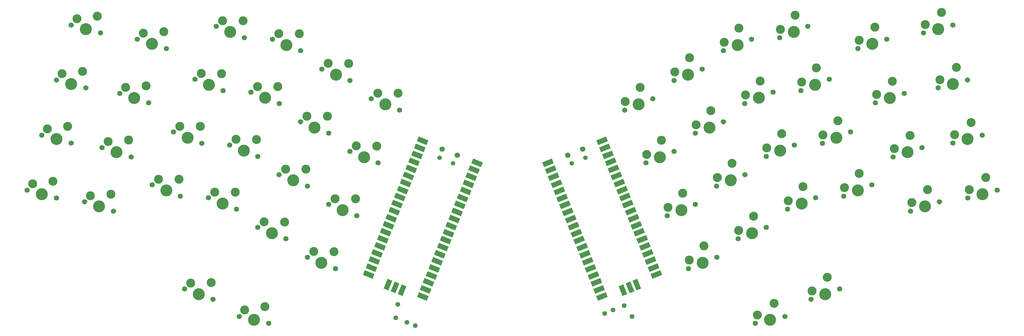
<source format=gbr>
%TF.GenerationSoftware,KiCad,Pcbnew,9.0.4*%
%TF.CreationDate,2025-09-09T15:52:51-06:00*%
%TF.ProjectId,ergo-kola,6572676f-2d6b-46f6-9c61-2e6b69636164,rev?*%
%TF.SameCoordinates,Original*%
%TF.FileFunction,Soldermask,Top*%
%TF.FilePolarity,Negative*%
%FSLAX46Y46*%
G04 Gerber Fmt 4.6, Leading zero omitted, Abs format (unit mm)*
G04 Created by KiCad (PCBNEW 9.0.4) date 2025-09-09 15:52:51*
%MOMM*%
%LPD*%
G01*
G04 APERTURE LIST*
G04 Aperture macros list*
%AMHorizOval*
0 Thick line with rounded ends*
0 $1 width*
0 $2 $3 position (X,Y) of the first rounded end (center of the circle)*
0 $4 $5 position (X,Y) of the second rounded end (center of the circle)*
0 Add line between two ends*
20,1,$1,$2,$3,$4,$5,0*
0 Add two circle primitives to create the rounded ends*
1,1,$1,$2,$3*
1,1,$1,$4,$5*%
%AMRotRect*
0 Rectangle, with rotation*
0 The origin of the aperture is its center*
0 $1 length*
0 $2 width*
0 $3 Rotation angle, in degrees counterclockwise*
0 Add horizontal line*
21,1,$1,$2,0,0,$3*%
G04 Aperture macros list end*
%ADD10C,1.750000*%
%ADD11C,3.000000*%
%ADD12C,4.000000*%
%ADD13C,1.600000*%
%ADD14HorizOval,1.800000X0.000000X0.000000X0.000000X0.000000X0*%
%ADD15HorizOval,1.500000X0.000000X0.000000X0.000000X0.000000X0*%
%ADD16HorizOval,1.700000X0.000000X0.000000X0.000000X0.000000X0*%
%ADD17RotRect,3.500000X1.700000X338.000000*%
%ADD18RotRect,1.700000X1.700000X338.000000*%
%ADD19RotRect,3.500000X1.700000X68.000000*%
%ADD20HorizOval,1.800000X0.000000X0.000000X0.000000X0.000000X0*%
%ADD21HorizOval,1.500000X0.000000X0.000000X0.000000X0.000000X0*%
%ADD22HorizOval,1.700000X0.000000X0.000000X0.000000X0.000000X0*%
%ADD23RotRect,3.500000X1.700000X22.000000*%
%ADD24RotRect,1.700000X1.700000X22.000000*%
%ADD25RotRect,3.500000X1.700000X112.000000*%
G04 APERTURE END LIST*
D10*
%TO.C,SW51*%
X108392118Y-134200069D03*
D11*
X110200944Y-132010857D03*
D12*
X113341918Y-135342820D03*
D11*
X116959570Y-130964396D03*
D10*
X118291718Y-136485571D03*
%TD*%
%TO.C,SW27*%
X105231189Y-76878731D03*
D11*
X107360213Y-74999434D03*
D12*
X109941283Y-78781732D03*
D11*
X114199331Y-75023139D03*
D10*
X114651377Y-80684733D03*
%TD*%
%TO.C,SW30*%
X327014299Y-80865964D03*
D11*
X327437238Y-78057829D03*
D12*
X331845666Y-79296158D03*
D11*
X332691543Y-73679888D03*
D10*
X336677033Y-77726352D03*
%TD*%
%TO.C,SW38*%
X351989227Y-94617472D03*
D11*
X352558552Y-91835320D03*
D12*
X356896130Y-93302671D03*
D11*
X358034781Y-87738367D03*
D10*
X361803033Y-91987870D03*
%TD*%
D13*
%TO.C,J1*%
X161470388Y-130199542D03*
X160749303Y-134653758D03*
X164458039Y-136152184D03*
X167239590Y-137276004D03*
%TD*%
D10*
%TO.C,SW15*%
X112367434Y-59215876D03*
D11*
X114496458Y-57336579D03*
D12*
X117077528Y-61118877D03*
D11*
X121335576Y-57360284D03*
D10*
X121787622Y-63021878D03*
%TD*%
D13*
%TO.C,J2*%
X239710022Y-134262772D03*
X237134569Y-130557770D03*
X233425833Y-132056196D03*
X230644282Y-133180016D03*
%TD*%
D10*
%TO.C,SW9*%
X136039783Y-51478147D03*
D11*
X138168807Y-49598850D03*
D12*
X140749877Y-53381148D03*
D11*
X145007925Y-49622555D03*
D10*
X145459971Y-55284149D03*
%TD*%
%TO.C,SW43*%
X138303342Y-96728983D03*
D11*
X140432366Y-94849686D03*
D12*
X143013436Y-98631984D03*
D11*
X147271484Y-94873391D03*
D10*
X147723530Y-100534985D03*
%TD*%
%TO.C,SW8*%
X270330739Y-45359023D03*
D11*
X270556762Y-42528226D03*
D12*
X275040833Y-43456022D03*
D11*
X275492878Y-37794427D03*
D10*
X279750927Y-41553021D03*
%TD*%
%TO.C,SW28*%
X284603246Y-80684733D03*
D11*
X284829269Y-77853936D03*
D12*
X289313340Y-78781732D03*
D11*
X289765385Y-73120137D03*
D10*
X294023434Y-76878731D03*
%TD*%
%TO.C,SW10*%
X253794653Y-55284149D03*
D11*
X254020677Y-52453352D03*
D12*
X258504747Y-53381148D03*
D11*
X258956791Y-47719553D03*
D10*
X263214841Y-51478147D03*
%TD*%
%TO.C,SW40*%
X291739510Y-98347588D03*
D11*
X291965533Y-95516791D03*
D12*
X296449604Y-96444587D03*
D11*
X296901649Y-90782992D03*
D10*
X301159698Y-94541586D03*
%TD*%
%TO.C,SW22*%
X260930916Y-72947004D03*
D11*
X261156940Y-70116207D03*
D12*
X265641010Y-71044003D03*
D11*
X266093054Y-65382408D03*
D10*
X270351104Y-69141002D03*
%TD*%
%TO.C,SW33*%
X121767256Y-86803857D03*
D11*
X123896280Y-84924560D03*
D12*
X126477350Y-88706858D03*
D11*
X130735398Y-84948265D03*
D10*
X131187444Y-90609859D03*
%TD*%
%TO.C,SW44*%
X251531094Y-100534985D03*
D11*
X251757118Y-97704188D03*
D12*
X256241188Y-98631984D03*
D11*
X256693233Y-92970389D03*
D10*
X260951282Y-96728983D03*
%TD*%
%TO.C,SW42*%
X332901072Y-98983581D03*
D11*
X333324011Y-96175446D03*
D12*
X337732439Y-97413775D03*
D11*
X338578316Y-91797505D03*
D10*
X342563806Y-95843969D03*
%TD*%
%TO.C,SW18*%
X321127526Y-62748327D03*
D11*
X321550464Y-59940193D03*
D12*
X325958892Y-61178522D03*
D11*
X326804769Y-55562252D03*
D10*
X330790258Y-59608717D03*
%TD*%
%TO.C,SW39*%
X98094926Y-94541586D03*
D11*
X100223950Y-92662289D03*
D12*
X102805020Y-96444587D03*
D11*
X107063068Y-92685994D03*
D10*
X107515114Y-98347588D03*
%TD*%
%TO.C,SW48*%
X258667357Y-118197841D03*
D11*
X258893381Y-115367044D03*
D12*
X263377451Y-116294840D03*
D11*
X263829496Y-110633245D03*
D10*
X268087545Y-114391839D03*
%TD*%
%TO.C,SW34*%
X268067179Y-90609859D03*
D11*
X268293202Y-87779062D03*
D12*
X272777273Y-88706858D03*
D11*
X273229318Y-83045263D03*
D10*
X277487367Y-86803857D03*
%TD*%
%TO.C,SW46*%
X275203424Y-108272714D03*
D11*
X275429447Y-105441917D03*
D12*
X279913518Y-106369713D03*
D11*
X280365563Y-100708118D03*
D10*
X284623612Y-104466712D03*
%TD*%
%TO.C,SW45*%
X114631012Y-104466712D03*
D11*
X116760036Y-102587415D03*
D12*
X119341106Y-106369713D03*
D11*
X123599154Y-102611120D03*
D10*
X124051200Y-108272714D03*
%TD*%
%TO.C,SW13*%
X93577809Y-54868494D03*
D11*
X95706833Y-52989197D03*
D12*
X98287903Y-56771495D03*
D11*
X102545951Y-53012902D03*
D10*
X102997997Y-58674496D03*
%TD*%
%TO.C,SW26*%
X347058725Y-76216581D03*
D11*
X347628050Y-73434429D03*
D12*
X351965628Y-74901780D03*
D11*
X353104280Y-69337476D03*
D10*
X356872531Y-73586979D03*
%TD*%
%TO.C,SW29*%
X62577591Y-77726352D03*
D11*
X64570336Y-75703120D03*
D12*
X67408958Y-79296158D03*
D11*
X71394448Y-75249694D03*
D10*
X72240325Y-80865964D03*
%TD*%
%TO.C,SW32*%
X244394849Y-82872130D03*
D11*
X244620873Y-80041333D03*
D12*
X249104943Y-80969129D03*
D11*
X249556988Y-75307534D03*
D10*
X253815037Y-79066128D03*
%TD*%
%TO.C,SW37*%
X37451591Y-91987870D03*
D11*
X39335717Y-89863119D03*
D12*
X42358494Y-93302671D03*
D11*
X46126746Y-89053168D03*
D10*
X47265397Y-94617472D03*
%TD*%
D14*
%TO.C,U1*%
X176243903Y-78231251D03*
D15*
X175387000Y-81153001D03*
X179883842Y-82969842D03*
D14*
X181297055Y-80272856D03*
D16*
X170576514Y-75801267D03*
D17*
X169742049Y-75464121D03*
D16*
X169625013Y-78156314D03*
D17*
X168790548Y-77819168D03*
D18*
X168673512Y-80511361D03*
D17*
X167839047Y-80174215D03*
D16*
X167722011Y-82866408D03*
D17*
X166887546Y-82529262D03*
D16*
X166770511Y-85221455D03*
D17*
X165936046Y-84884309D03*
D16*
X165819010Y-87576502D03*
D17*
X164984545Y-87239356D03*
D16*
X164867509Y-89931549D03*
D17*
X164033044Y-89594403D03*
D18*
X163916008Y-92286596D03*
D17*
X163081543Y-91949450D03*
D16*
X162964508Y-94641643D03*
D17*
X162130043Y-94304497D03*
D16*
X162013007Y-96996690D03*
D17*
X161178542Y-96659544D03*
D16*
X161061506Y-99351737D03*
D17*
X160227041Y-99014591D03*
D16*
X160110005Y-101706784D03*
D17*
X159275540Y-101369638D03*
D18*
X159158505Y-104061831D03*
D17*
X158324040Y-103724685D03*
D16*
X158207004Y-106416878D03*
D17*
X157372539Y-106079732D03*
D16*
X157255503Y-108771925D03*
D17*
X156421038Y-108434779D03*
D16*
X156304002Y-111126972D03*
D17*
X155469537Y-110789826D03*
D16*
X155352502Y-113482019D03*
D17*
X154518037Y-113144873D03*
D18*
X154401001Y-115837066D03*
D17*
X153566536Y-115499920D03*
D16*
X153449500Y-118192113D03*
D17*
X152615035Y-117854967D03*
D16*
X152497999Y-120547160D03*
D17*
X151663534Y-120210014D03*
D16*
X168983328Y-127207665D03*
D17*
X169817793Y-127544811D03*
D16*
X169934829Y-124852618D03*
D17*
X170769294Y-125189764D03*
D18*
X170886330Y-122497571D03*
D17*
X171720795Y-122834717D03*
D16*
X171837831Y-120142524D03*
D17*
X172672296Y-120479670D03*
D16*
X172789331Y-117787477D03*
D17*
X173623796Y-118124623D03*
D16*
X173740832Y-115432430D03*
D17*
X174575297Y-115769576D03*
D16*
X174692333Y-113077383D03*
D17*
X175526798Y-113414529D03*
D18*
X175643834Y-110722336D03*
D17*
X176478299Y-111059482D03*
D16*
X176595334Y-108367289D03*
D17*
X177429799Y-108704435D03*
D16*
X177546835Y-106012242D03*
D17*
X178381300Y-106349388D03*
D16*
X178498336Y-103657195D03*
D17*
X179332801Y-103994341D03*
D16*
X179449837Y-101302148D03*
D17*
X180284302Y-101639294D03*
D18*
X180401337Y-98947101D03*
D17*
X181235802Y-99284247D03*
D16*
X181352838Y-96592054D03*
D17*
X182187303Y-96929200D03*
D16*
X182304339Y-94237007D03*
D17*
X183138804Y-94574153D03*
D16*
X183255840Y-91881960D03*
D17*
X184090305Y-92219106D03*
D16*
X184207340Y-89526913D03*
D17*
X185041805Y-89864059D03*
D18*
X185158841Y-87171866D03*
D17*
X185993306Y-87509012D03*
D16*
X186110342Y-84816819D03*
D17*
X186944807Y-85153965D03*
D16*
X187061843Y-82461772D03*
D17*
X187896308Y-82798918D03*
D16*
X158471775Y-122712659D03*
D19*
X158134629Y-123547124D03*
D18*
X160826823Y-123664160D03*
D19*
X160489677Y-124498625D03*
D16*
X163181870Y-124615661D03*
D19*
X162844724Y-125450126D03*
%TD*%
D10*
%TO.C,SW23*%
X86441565Y-72531349D03*
D11*
X88570589Y-70652052D03*
D12*
X91151659Y-74434350D03*
D11*
X95409707Y-70675757D03*
D10*
X95861753Y-76337351D03*
%TD*%
%TO.C,SW4*%
X289120363Y-41011641D03*
D11*
X289346387Y-38180844D03*
D12*
X293830457Y-39108640D03*
D11*
X294282501Y-33447045D03*
D10*
X298540551Y-37205639D03*
%TD*%
%TO.C,SW25*%
X42382093Y-73586978D03*
D11*
X44266218Y-71462228D03*
D12*
X47288996Y-74901780D03*
D11*
X51057249Y-70652277D03*
D10*
X52195899Y-76216582D03*
%TD*%
%TO.C,SW35*%
X79305301Y-90194205D03*
D11*
X81434325Y-88314908D03*
D12*
X84015395Y-92097206D03*
D11*
X88273443Y-88338613D03*
D10*
X88725489Y-94000207D03*
%TD*%
%TO.C,SW12*%
X342128223Y-57815691D03*
D11*
X342697548Y-55033539D03*
D12*
X347035126Y-56500890D03*
D11*
X348173777Y-50936586D03*
D10*
X351942029Y-55186089D03*
%TD*%
%TO.C,SW5*%
X74351139Y-41491099D03*
D11*
X76343884Y-39467867D03*
D12*
X79182506Y-43060905D03*
D11*
X83167997Y-39014441D03*
D10*
X84013873Y-44630711D03*
%TD*%
%TO.C,SW21*%
X128903519Y-69141002D03*
D11*
X131032543Y-67261705D03*
D12*
X133613613Y-71044003D03*
D11*
X137871661Y-67285410D03*
D10*
X138323707Y-72947004D03*
%TD*%
%TO.C,SW41*%
X56690817Y-95843969D03*
D11*
X58683562Y-93820737D03*
D12*
X61522184Y-97413775D03*
D11*
X65507674Y-93367311D03*
D10*
X66353551Y-98983581D03*
%TD*%
D20*
%TO.C,U2*%
X218226866Y-80272856D03*
D21*
X219640079Y-82969842D03*
X224136921Y-81153001D03*
D20*
X223280018Y-78231251D03*
D22*
X212462078Y-82461772D03*
D23*
X211627613Y-82798918D03*
D22*
X213413579Y-84816819D03*
D23*
X212579114Y-85153965D03*
D24*
X214365080Y-87171866D03*
D23*
X213530615Y-87509012D03*
D22*
X215316581Y-89526913D03*
D23*
X214482116Y-89864059D03*
D22*
X216268081Y-91881960D03*
D23*
X215433616Y-92219106D03*
D22*
X217219582Y-94237007D03*
D23*
X216385117Y-94574153D03*
D22*
X218171083Y-96592054D03*
D23*
X217336618Y-96929200D03*
D24*
X219122584Y-98947101D03*
D23*
X218288119Y-99284247D03*
D22*
X220074084Y-101302148D03*
D23*
X219239619Y-101639294D03*
D22*
X221025585Y-103657195D03*
D23*
X220191120Y-103994341D03*
D22*
X221977086Y-106012242D03*
D23*
X221142621Y-106349388D03*
D22*
X222928587Y-108367289D03*
D23*
X222094122Y-108704435D03*
D24*
X223880087Y-110722336D03*
D23*
X223045622Y-111059482D03*
D22*
X224831588Y-113077383D03*
D23*
X223997123Y-113414529D03*
D22*
X225783089Y-115432430D03*
D23*
X224948624Y-115769576D03*
D22*
X226734590Y-117787477D03*
D23*
X225900125Y-118124623D03*
D22*
X227686090Y-120142524D03*
D23*
X226851625Y-120479670D03*
D24*
X228637591Y-122497571D03*
D23*
X227803126Y-122834717D03*
D22*
X229589092Y-124852618D03*
D23*
X228754627Y-125189764D03*
D22*
X230540593Y-127207665D03*
D23*
X229706128Y-127544811D03*
D22*
X247025922Y-120547160D03*
D23*
X247860387Y-120210014D03*
D22*
X246074421Y-118192113D03*
D23*
X246908886Y-117854967D03*
D24*
X245122920Y-115837066D03*
D23*
X245957385Y-115499920D03*
D22*
X244171419Y-113482019D03*
D23*
X245005884Y-113144873D03*
D22*
X243219919Y-111126972D03*
D23*
X244054384Y-110789826D03*
D22*
X242268418Y-108771925D03*
D23*
X243102883Y-108434779D03*
D22*
X241316917Y-106416878D03*
D23*
X242151382Y-106079732D03*
D24*
X240365416Y-104061831D03*
D23*
X241199881Y-103724685D03*
D22*
X239413916Y-101706784D03*
D23*
X240248381Y-101369638D03*
D22*
X238462415Y-99351737D03*
D23*
X239296880Y-99014591D03*
D22*
X237510914Y-96996690D03*
D23*
X238345379Y-96659544D03*
D22*
X236559413Y-94641643D03*
D23*
X237393878Y-94304497D03*
D24*
X235607913Y-92286596D03*
D23*
X236442378Y-91949450D03*
D22*
X234656412Y-89931549D03*
D23*
X235490877Y-89594403D03*
D22*
X233704911Y-87576502D03*
D23*
X234539376Y-87239356D03*
D22*
X232753410Y-85221455D03*
D23*
X233587875Y-84884309D03*
D22*
X231801910Y-82866408D03*
D23*
X232636375Y-82529262D03*
D24*
X230850409Y-80511361D03*
D23*
X231684874Y-80174215D03*
D22*
X229898908Y-78156314D03*
D23*
X230733373Y-77819168D03*
D22*
X228947407Y-75801267D03*
D23*
X229781872Y-75464121D03*
D22*
X236342051Y-124615661D03*
D25*
X236679197Y-125450126D03*
D24*
X238697098Y-123664160D03*
D25*
X239034244Y-124498625D03*
D22*
X241052146Y-122712659D03*
D25*
X241389292Y-123547124D03*
%TD*%
D10*
%TO.C,SW50*%
X299600822Y-128502753D03*
D11*
X299925502Y-125681568D03*
D12*
X304374461Y-126765291D03*
D11*
X305023818Y-121122921D03*
D10*
X309148100Y-125027829D03*
%TD*%
%TO.C,SW1*%
X52243097Y-36785199D03*
D11*
X54127223Y-34660448D03*
D12*
X57150000Y-38100000D03*
D11*
X60918252Y-33850497D03*
D10*
X62056903Y-39414801D03*
%TD*%
%TO.C,SW52*%
X280962906Y-136485571D03*
D11*
X281628981Y-133724986D03*
D12*
X285912706Y-135342820D03*
D11*
X287244855Y-129821647D03*
D10*
X290862506Y-134200069D03*
%TD*%
%TO.C,SW36*%
X310529134Y-94000207D03*
D11*
X310755157Y-91169410D03*
D12*
X315239228Y-92097206D03*
D11*
X315691273Y-86435611D03*
D10*
X319949322Y-90194205D03*
%TD*%
%TO.C,SW7*%
X119503697Y-41553021D03*
D11*
X121632721Y-39673724D03*
D12*
X124213791Y-43456022D03*
D11*
X128471839Y-39697429D03*
D10*
X128923885Y-45359023D03*
%TD*%
%TO.C,SW2*%
X337197721Y-39414800D03*
D11*
X337767046Y-36632649D03*
D12*
X342104624Y-38100000D03*
D11*
X343243274Y-32535696D03*
D10*
X347011527Y-36785200D03*
%TD*%
%TO.C,SW3*%
X100714072Y-37205639D03*
D11*
X102843096Y-35326342D03*
D12*
X105424166Y-39108640D03*
D11*
X109682214Y-35350047D03*
D10*
X110134260Y-41011641D03*
%TD*%
%TO.C,SW20*%
X237258587Y-65209274D03*
D11*
X237484610Y-62378478D03*
D12*
X241968680Y-63306274D03*
D11*
X242420725Y-57644679D03*
D10*
X246678773Y-61403274D03*
%TD*%
%TO.C,SW17*%
X68464365Y-59608716D03*
D11*
X70457110Y-57585484D03*
D12*
X73295732Y-61178522D03*
D11*
X77281223Y-57132058D03*
D10*
X78127099Y-62748328D03*
%TD*%
%TO.C,SW14*%
X296256626Y-58674496D03*
D11*
X296482649Y-55843699D03*
D12*
X300966720Y-56771495D03*
D11*
X301418765Y-51109900D03*
D10*
X305676814Y-54868494D03*
%TD*%
%TO.C,SW47*%
X131167079Y-114391839D03*
D11*
X133296103Y-112512542D03*
D12*
X135877173Y-116294840D03*
D11*
X140135221Y-112536247D03*
D10*
X140587267Y-118197841D03*
%TD*%
%TO.C,SW24*%
X303392871Y-76337351D03*
D11*
X303618894Y-73506554D03*
D12*
X308102965Y-74434350D03*
D11*
X308555010Y-68772755D03*
D10*
X312813059Y-72531349D03*
%TD*%
%TO.C,SW16*%
X277467002Y-63021878D03*
D11*
X277693026Y-60191081D03*
D12*
X282177096Y-61118877D03*
D11*
X282629140Y-55457282D03*
D10*
X286887190Y-59215876D03*
%TD*%
%TO.C,SW6*%
X315240752Y-44630710D03*
D11*
X315663690Y-41822576D03*
D12*
X320072118Y-43060905D03*
D11*
X320917995Y-37444635D03*
D10*
X324903484Y-41491100D03*
%TD*%
%TO.C,SW11*%
X47312595Y-55186089D03*
D11*
X49196721Y-53061338D03*
D12*
X52219498Y-56500890D03*
D11*
X55987750Y-52251387D03*
D10*
X57126401Y-57815691D03*
%TD*%
%TO.C,SW49*%
X90106524Y-125027829D03*
D11*
X92168665Y-123075375D03*
D12*
X94880163Y-126765291D03*
D11*
X99004444Y-122860383D03*
D10*
X99653802Y-128502753D03*
%TD*%
%TO.C,SW31*%
X145439586Y-79066128D03*
D11*
X147568610Y-77186831D03*
D12*
X150149680Y-80969129D03*
D11*
X154407728Y-77210536D03*
D10*
X154859774Y-82872130D03*
%TD*%
%TO.C,SW19*%
X152575851Y-61403274D03*
D11*
X154704875Y-59523976D03*
D12*
X157285944Y-63306274D03*
D11*
X161543993Y-59547681D03*
D10*
X161996037Y-65209274D03*
%TD*%
M02*

</source>
